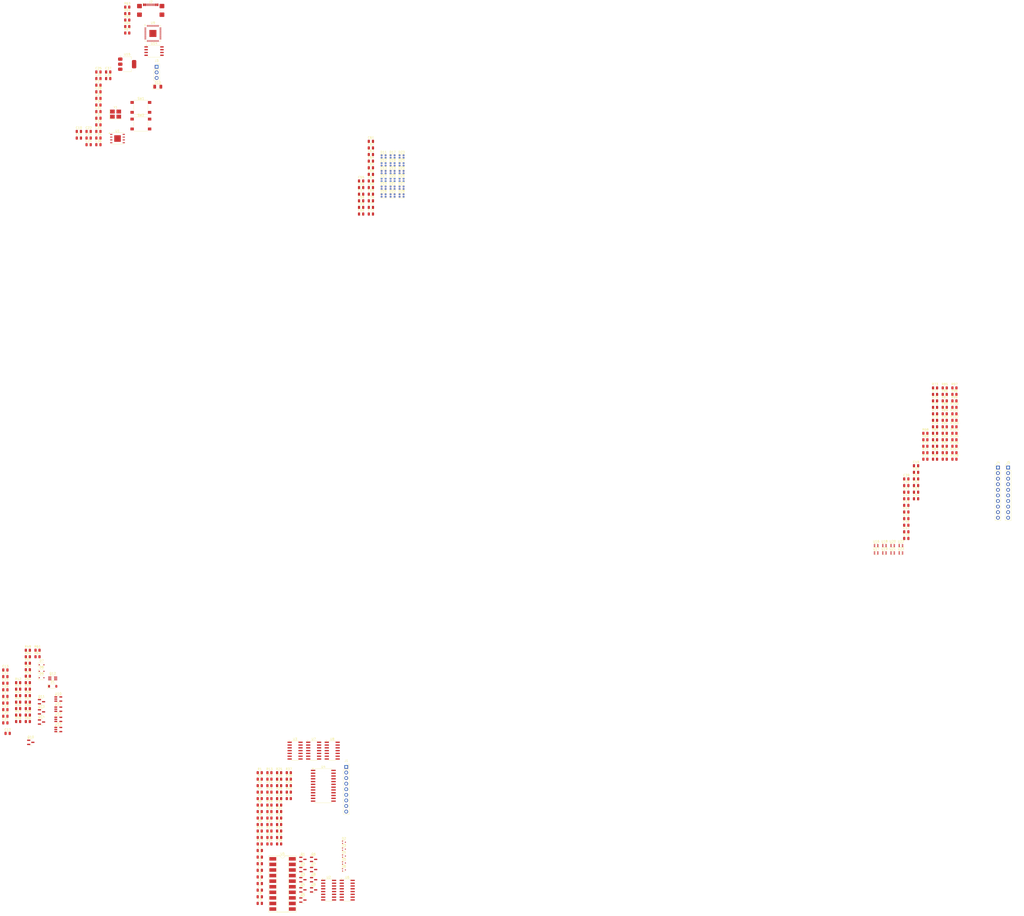
<source format=kicad_pcb>
(kicad_pcb (version 20240108) (generator "pcbnew") (generator_version "8.0")
  (layers (0 "F.Cu" signal) (31 "B.Cu" signal) (34 "B.Paste" user) (35 "F.Paste" user) (36 "B.SilkS" user "B.Silkscreen") (37 "F.SilkS" user "F.Silkscreen") (38 "B.Mask" user) (39 "F.Mask" user) (44 "Edge.Cuts" user))
  (net 0 "")
  (net 1 "GND")
  (net 2 "+3V3")
  (net 3 "VBUS")
  (net 4 "Net-(U10-+)")
  (net 5 "Net-(U12-+)")
  (net 6 "VREG_IN")
  (net 7 "VREG_OUT")
  (net 8 "Net-(U11-ADJ)")
  (net 9 "+1V1")
  (net 10 "Net-(U9-ADC_AVDD)")
  (net 11 "Net-(U9-XIN)")
  (net 12 "Net-(U9-XOUT)")
  (net 13 "VREF_OUT")
  (net 14 "Net-(D1-A)")
  (net 15 "Net-(U3B-+)")
  (net 16 "Net-(U3A-+)")
  (net 17 "Net-(U3D-+)")
  (net 18 "Net-(U3C-+)")
  (net 19 "Net-(U7B-+)")
  (net 20 "Net-(U7A-+)")
  (net 21 "Net-(U7D-+)")
  (net 22 "Net-(U7C-+)")
  (net 23 "Net-(U8B-+)")
  (net 25 "Net-(D7-A)")
  (net 26 "VREG_EN")
  (net 27 "CURRENT_EN_OVERRIDE")
  (net 28 "Net-(D9-A)")
  (net 29 "Net-(D10-K)")
  (net 30 "Net-(D11-DOUT)")
  (net 31 "LEDS_CD0")
  (net 32 "Net-(D12-DOUT)")
  (net 33 "Net-(D13-DOUT)")
  (net 34 "Net-(D14-DOUT)")
  (net 35 "Net-(D15-DOUT)")
  (net 36 "Net-(D16-DOUT)")
  (net 37 "Net-(D17-DOUT)")
  (net 38 "Net-(D18-DOUT)")
  (net 39 "LED_ENDPOINT")
  (net 40 "Net-(D20-DOUT)")
  (net 41 "Net-(D21-DOUT)")
  (net 42 "Net-(D22-DOUT)")
  (net 43 "Net-(D23-DOUT)")
  (net 44 "Net-(D24-DOUT)")
  (net 45 "Net-(D25-DOUT)")
  (net 46 "Net-(D26-DOUT)")
  (net 47 "Net-(D27-DOUT)")
  (net 50 "DISPLAY_DP")
  (net 51 "SPI_CLK")
  (net 52 "SPI_CD0")
  (net 53 "DISPLAY_RESET")
  (net 54 "DISPLAY_LED_K")
  (net 55 "DISPLAY_CS")
  (net 56 "Net-(J2-CC2)")
  (net 57 "USBD-")
  (net 59 "Net-(J2-CC1)")
  (net 62 "USBD+")
  (net 64 "SWCLK")
  (net 65 "SWDIO")
  (net 66 "BPIO4")
  (net 67 "BPIO0")
  (net 68 "BPIO3")
  (net 69 "BPIO5")
  (net 70 "BPIO7")
  (net 71 "BPIO1")
  (net 72 "BPIO2")
  (net 73 "BPIO6")
  (net 74 "PULLUP_EN")
  (net 75 "Net-(Q1-D)")
  (net 76 "Net-(Q2-D)")
  (net 77 "Net-(Q3-D)")
  (net 78 "Net-(Q4-D)")
  (net 79 "Net-(Q5-D)")
  (net 80 "Net-(Q6-D)")
  (net 81 "Net-(Q7-D)")
  (net 82 "Net-(Q8-D)")
  (net 83 "Net-(Q8-G)")
  (net 84 "Net-(Q9-D)")
  (net 85 "CURRENT_DETECT")
  (net 86 "Net-(Q10-G)")
  (net 87 "Net-(Q11-B)")
  (net 88 "Net-(Q12B-B2)")
  (net 89 "Net-(Q12B-C2)")
  (net 90 "Net-(Q13-C)")
  (net 91 "Net-(Q13-B)")
  (net 92 "SHIFT_EN")
  (net 93 "Net-(U5-B0)")
  (net 94 "AMUX_EN")
  (net 95 "AMUX_S3")
  (net 96 "Net-(U5-B1)")
  (net 97 "AMUX_S2")
  (net 98 "Net-(U5-B2)")
  (net 99 "AMUX_S1")
  (net 100 "Net-(U5-B3)")
  (net 101 "Net-(U5-B4)")
  (net 102 "AMUX_S0")
  (net 103 "DISPLAY_BACKLIGHT")
  (net 104 "Net-(U4-I0)")
  (net 105 "MUX_BPIO7")
  (net 106 "MUX_BPIO6")
  (net 107 "Net-(U4-I1)")
  (net 108 "Net-(U4-I2)")
  (net 109 "MUX_BPIO5")
  (net 110 "Net-(U4-I3)")
  (net 111 "MUX_BPIO4")
  (net 112 "MUX_BPIO3")
  (net 113 "Net-(U4-I4)")
  (net 114 "MUX_BPIO2")
  (net 115 "Net-(U4-I5)")
  (net 116 "Net-(U4-I6)")
  (net 117 "MUX_BPIO1")
  (net 118 "Net-(U4-I7)")
  (net 119 "MUX_BPIO0")
  (net 120 "Net-(U4-I8)")
  (net 121 "Net-(U4-I9)")
  (net 122 "Net-(U4-I10)")
  (net 123 "MUX_VREF_OUT")
  (net 124 "Net-(U4-I11)")
  (net 125 "Net-(U8A--)")
  (net 126 "AMUX_OUT")
  (net 127 "Net-(U13-+)")
  (net 128 "Net-(U13--)")
  (net 129 "CURRENT_SENSE")
  (net 130 "CURRENT_ADJ_MCU")
  (net 131 "CURRENT_RESET")
  (net 132 "CURRENT_EN")
  (net 133 "VREG_ADJ_MCU")
  (net 134 "VREG_ADJ")
  (net 135 "Net-(R59-Pad2)")
  (net 136 "QSPI_CS")
  (net 137 "Net-(R66-Pad2)")
  (net 138 "BUFIO0")
  (net 139 "Net-(U16-A)")
  (net 140 "Net-(U16-B)")
  (net 141 "Net-(U17-A)")
  (net 142 "BUFIO1")
  (net 143 "Net-(U17-B)")
  (net 144 "Net-(U18-A)")
  (net 145 "BUFIO2")
  (net 146 "Net-(U18-B)")
  (net 147 "BUFIO3")
  (net 148 "Net-(U19-A)")
  (net 149 "Net-(U19-B)")
  (net 150 "BUFDIR0")
  (net 151 "BUFDIR1")
  (net 152 "BUFDIR2")
  (net 153 "BUFDIR3")
  (net 154 "Net-(U20-A)")
  (net 155 "BUFIO4")
  (net 156 "Net-(U20-B)")
  (net 157 "BUFIO5")
  (net 158 "Net-(U21-A)")
  (net 159 "Net-(U21-B)")
  (net 160 "BUFIO6")
  (net 161 "Net-(U22-A)")
  (net 162 "Net-(U22-B)")
  (net 163 "BUFIO7")
  (net 164 "Net-(U23-A)")
  (net 165 "Net-(U23-B)")
  (net 166 "BUFDIR4")
  (net 167 "BUFDIR5")
  (net 168 "BUFDIR6")
  (net 169 "BUFDIR7")
  (net 170 "Net-(U9-GPIO27_ADC1)")
  (net 171 "SPI_CDI")
  (net 172 "SD_CS")
  (net 173 "Net-(U2-QH')")
  (net 174 "Net-(U2-QB)")
  (net 175 "SHIFT_LATCH")
  (net 176 "Net-(U2-QH)")
  (net 177 "Net-(U2-QA)")
  (net 178 "Net-(U2-QE)")
  (net 179 "Net-(U2-QD)")
  (net 180 "Net-(U2-QC)")
  (net 181 "Net-(U4-COM)")
  (net 182 "RGB_CD0")
  (net 188 "DAC_RESET")
  (net 190 "QSPI_SD2")
  (net 191 "QSPI_SD0")
  (net 192 "QSPI_SD3")
  (net 193 "QSPI_SCLK")
  (net 194 "QSPI_SD1")
  (net 195 "Net-(U12--)")
  (footprint "Resistor_SMD:R_0805_2012Metric" (layer "F.Cu") (at 58.115 250.09)
    (property "Reference" "R5")
    (property "Value" "510")
  )
  (footprint "Package_TO_SOT_SMD:SOT-23" (layer "F.Cu") (at 82.63 287.025)
    (property "Reference" "Q8")
    (property "Value" "MMBT7002K")
  )
  (footprint "Resistor_SMD:R_0805_2012Metric" (layer "F.Cu") (at 66.935 241.24)
    (property "Reference" "R26")
    (property "Value" "510")
  )
  (footprint "Package_TO_SOT_SMD:SOT-23" (layer "F.Cu") (at 82.63 291.65)
    (property "Reference" "Q9")
    (property "Value" "SI2301")
  )
  (footprint "Capacitor_SMD:C_0805_2012Metric" (layer "F.Cu") (at 352.34 113.58)
    (property "Reference" "C42")
    (property "Value" "100nF")
  )
  (footprint "Package_TO_SOT_SMD:SOT-23" (layer "F.Cu") (at -41.1875 205.975)
    (property "Reference" "Q11")
    (property "Value" "MMBT3906")
  )
  (footprint "Capacitor_SMD:C_0805_2012Metric" (layer "F.Cu") (at 58.135 291.78)
    (property "Reference" "C7")
    (property "Value" "2.2uF")
  )
  (footprint "Resistor_SMD:R_0805_2012Metric" (layer "F.Cu") (at -51.8225 209.1)
    (property "Reference" "R46")
    (property "Value" "10K")
  )
  (footprint "Resistor_SMD:R_0805_2012Metric" (layer "F.Cu") (at -47.4125 182.55)
    (property "Reference" "R49")
    (property "Value" "10K")
  )
  (footprint "Package_SO:SOIC-24W_7.5x15.4mm_P1.27mm" (layer "F.Cu") (at 87.05 244.25)
    (property "Reference" "U4")
    (property "Value" "CD74HC4067M")
  )
  (footprint "Package_TO_SOT_SMD:SOT-23" (layer "F.Cu") (at 77.74 277.775)
    (property "Reference" "Q1")
    (property "Value" "SI2301")
  )
  (footprint "Capacitor_SMD:C_0805_2012Metric" (layer "F.Cu") (at 108.7 -37.14)
    (property "Reference" "C65")
    (property "Value" "100nF")
  )
  (footprint "Resistor_SMD:R_0805_2012Metric" (layer "F.Cu") (at -43.0025 182.55)
    (property "Reference" "R61")
    (property "Value" "100K")
  )
  (footprint "Capacitor_SMD:C_0805_2012Metric" (layer "F.Cu") (at 108.7 -43.16)
    (property "Reference" "C63")
    (property "Value" "100nF")
  )
  (footprint "Connector_PinHeader_2.54mm:PinHeader_1x10_P2.54mm_Vertical" (layer "F.Cu") (at 394.05 99.35)
    (property "Reference" "J4")
    (property "Value" "BIS BAJAK LAUT IO")
  )
  (footprint "Capacitor_SMD:C_0805_2012Metric" (layer "F.Cu") (at -15.295 -77.75)
    (property "Reference" "C26")
    (property "Value" "100nF")
  )
  (footprint "Resistor_SMD:R_0805_2012Metric" (layer "F.Cu") (at 365.43 83.75)
    (property "Reference" "R80")
    (property "Value" "330")
  )
  (footprint "Resistor_SMD:R_0805_2012Metric" (layer "F.Cu") (at 62.525 258.94)
    (property "Reference" "R20")
    (property "Value" "33")
  )
  (footprint "LED_SMD:LED_WS2812B-2020_PLCC4_2.0x2.0mm" (layer "F.Cu") (at 122.665 -31.6)
    (property "Reference" "D26")
    (property "Value" "WS2812B-2020")
  )
  (footprint "Diode_SMD:D_SOD-323" (layer "F.Cu") (at -41.14 189.18)
    (property "Reference" "D7")
    (property "Value" "1N4148W")
  )
  (footprint "Resistor_SMD:R_0805_2012Metric" (layer "F.Cu") (at 66.935 244.19)
    (property "Reference" "R27")
    (property "Value" "510")
  )
  (footprint "Resistor_SMD:R_0805_2012Metric" (layer "F.Cu") (at 369.84 86.7)
    (property "Reference" "R93")
    (property "Value" "330")
  )
  (footprint "Capacitor_SMD:C_0805_2012Metric" (layer "F.Cu") (at -15.295 -56.68)
    (property "Reference" "C33")
    (property "Value" "100nF")
  )
  (footprint "Package_TO_SOT_SMD:SOT-563" (layer "F.Cu") (at 346.14 138.25)
    (property "Reference" "U21")
    (property "Value" "SN74LVC1T45DRL")
  )
  (footprint "Capacitor_SMD:C_0805_2012Metric" (layer "F.Cu") (at -15.295 -74.74)
    (property "Reference" "C27")
    (property "Value" "100nF")
  )
  (footprint "Capacitor_SMD:C_0805_2012Metric" (layer "F.Cu") (at 356.79 113.58)
    (property "Reference" "C54")
    (property "Value" "100nF")
  )
  (footprint "Package_TO_SOT_SMD:SOT-23" (layer "F.Cu") (at 77.74 287.025)
    (property "Reference" "Q3")
    (property "Value" "SI2301")
  )
  (footprint "Resistor_SMD:R_0805_2012Metric" (layer "F.Cu") (at 369.84 74.9)
    (property "Reference" "R89")
    (property "Value" "330")
  )
  (footprint "Package_TO_SOT_SMD:SOT-523" (layer "F.Cu") (at 96.45 276.255)
    (property "Reference" "D4")
    (property "Value" "BAS40-05T")
  )
  (footprint "Package_TO_SOT_SMD:SOT-23" (layer "F.Cu") (at 77.74 291.65)
    (property "Reference" "Q4")
    (property "Value" "SI2301")
  )
  (footprint "Capacitor_SMD:C_0805_2012Metric" (layer "F.Cu") (at 352.34 107.56)
    (property "Reference" "C40")
    (property "Value" "100nF")
  )
  (footprint "Capacitor_SMD:C_0805_2012Metric" (layer "F.Cu") (at -19.745 -50.66)
    (property "Reference" "C23")
    (property "Value" "100nF")
  )
  (footprint "Resistor_SMD:R_0805_2012Metric" (layer "F.Cu") (at 369.84 69)
    (property "Reference" "R87")
    (property "Value" "1M")
  )
  (footprint "Resistor_SMD:R_0805_2012Metric" (layer "F.Cu") (at 369.84 77.85)
    (property "Reference" "R90")
    (property "Value" "330")
  )
  (footprint "Package_DIP:DIP-20_W8.89mm_SMDSocket_LongPads" (layer "F.Cu") (at 68.5 288.95)
    (property "Reference" "U5")
    (property "Value" "74HC245")
  )
  (footprint "Resistor_SMD:R_0805_2012Metric" (layer "F.Cu") (at 62.525 253.04)
    (property "Reference" "R18")
    (property "Value" "10k")
  )
  (footprint "Capacitor_SMD:C_0805_2012Metric" (layer "F.Cu") (at 108.7 -22.09)
    (property "Reference" "C70")
    (property "Value" "100nF")
  )
  (footprint "Connector_PinHeader_2.54mm:PinHeader_1x10_P2.54mm_Vertical" (layer "F.Cu") (at 398.7 99.35)
    (property "Reference" "J5")
    (property "Value" "BIS BAJAK LAUT IO")
  )
  (footprint "Capacitor_SMD:C_0805_2012Metric" (layer "F.Cu") (at -24.195 -53.67)
    (property "Reference" "C10")
    (property "Value" "4.7uF")
  )
  (footprint "Resistor_SMD:R_0805_2012Metric" (layer "F.Cu") (at 71.345 241.24)
    (property "Reference" "R38")
    (property "Value" "10k")
  )
  (footprint "Capacitor_SMD:C_0805_2012Metric" (layer "F.Cu") (at 108.7 -25.1)
    (property "Reference" "C69")
    (property "Value" "100nF")
  )
  (footprint "Capacitor_SMD:C_0805_2012Metric" (layer "F.Cu") (at -15.295 -47.65)
    (property "Reference" "C36")
    (property "Value" "15pF")
  )
  (footprint "Resistor_SMD:R_0805_2012Metric" (layer "F.Cu") (at 361.02 92.6)
    (property "Reference" "R71")
    (property "Value" "330")
  )
  (footprint "Connector_PinSocket_2.54mm:PinSocket_1x03_P2.54mm_Vertical" (layer "F.Cu") (at 11.2 -83.12)
    (property "Reference" "J3")
    (property "Value" "ProgHeader")
  )
  (footprint "Capacitor_SMD:C_0805_2012Metric" (layer "F.Cu") (at -10.845 -80.76)
    (property "Reference" "C37")
    (property "Value" "22uF")
  )
  (footprint "Capacitor_SMD:C_0805_2012Metric" (layer "F.Cu") (at 352.34 119.6)
    (property "Reference" "C44")
    (property "Value" "100nF")
  )
  (footprint "Capacitor_SMD:C_0805_2012Metric" (layer "F.Cu") (at 356.79 107.56)
    (property "Reference" "C52")
    (property "Value" "100nF")
  )
  (footprint "Capacitor_SMD:C_0805_2012Metric" (layer "F.Cu") (at 356.79 101.54)
    (property "Reference" "C50")
    (property "Value" "100nF")
  )
  (footprint "Package_TO_SOT_SMD:SOT-23" (layer "F.Cu") (at -41.1875 215.225)
    (property "Reference" "Q14")
    (property "Value" "SI2301")
  )
  (footprint "Capacitor_SMD:C_0805_2012Metric" (layer "F.Cu") (at 104.25 -31.12)
    (property "Reference" "C55")
    (property "Value" "100nF")
  )
  (footprint "Package_TO_SOT_SMD:SOT-563" (layer "F.Cu") (at 342.39 138.25)
    (property "Reference" "U19")
    (property "Value" "SN74LVC1T45DRL")
  )
  (footprint "Resistor_SMD:R_0805_2012Metric" (layer "F.Cu") (at 62.525 247.14)
    (property "Reference" "R16")
    (property "Value" "10k")
  )
  (footprint "Resistor_SMD:R_0805_2012Metric" (layer "F.Cu") (at -2.165 -110.29)
    (property "Reference" "R63")
    (property "Value" "5K1")
  )
  (footprint "Resistor_SMD:R_0805_2012Metric" (layer "F.Cu") (at 71.345 238.29)
    (property "Reference" "R37")
    (property "Value" "10k")
  )
  (footprint "Resistor_SMD:R_0805_2012Metric" (layer "F.Cu") (at -43.0025 185.5)
    (property "Reference" "R62")
    (property "Value" "10K")
  )
  (footprint "Resistor_SMD:R_0805_2012Metric" (layer "F.Cu") (at 369.84 92.6)
    (property "Reference" "R95")
    (property "Value" "330")
  )
  (footprint "Resistor_SMD:R_0805_2012Metric" (layer "F.Cu") (at 58.115 255.99)
    (property "Reference" "R7")
    (property "Value" "510")
  )
  (footprint "Capacitor_SMD:C_0805_2012Metric" (layer "F.Cu") (at 58.135 285.76)
    (property "Reference" "C5")
    (property "Value" "2.2uF")
  )
  (footprint "Package_TO_SOT_SMD:SOT-23-5" (layer "F.Cu") (at -33.55 218.6375)
    (property "Reference" "U13")
    (property "Value" "LMV321")
  )
  (footprint "Resistor_SMD:R_0805_2012Metric" (layer "F.Cu") (at 361.02 86.7)
    (property "Reference" "R69")
    (property "Value" "330")
  )
  (footprint "Package_TO_SOT_SMD:SOT-563" (layer "F.Cu") (at 342.39 134.885)
    (property "Reference" "U18")
    (property "Value" "SN74LVC1T45DRL")
  )
  (footprint "Resistor_SMD:R_0805_2012Metric" (layer "F.Cu") (at -47.4125 194.35)
    (property "Reference" "R53")
    (property "Value" "200")
  )
  (footprint "Resistor_SMD:R_0805_2012Metric" (layer "F.Cu") (at 66.935 267.79)
    (property "Reference" "R35")
    (property "Value" "510")
  )
  (footprint "Package_TO_SOT_SMD:SOT-23-5" (layer "F.Cu") (at -33.55 204.7625)
    (property "Reference" "U10")
    (property "Value" "LMV331")
  )
  (footprint "LED_SMD:LED_WS2812B-2020_PLCC4_2.0x2.0mm" (layer "F.Cu") (at 114.485 -42.25)
    (property "Reference" "D11")
    (property "Value" "WS2812B-2020")
  )
  (footprint "Resistor_SMD:R_0805_2012Metric" (layer "F.Cu") (at 58.115 238.29)
    (property "Reference" "R1")
    (property "Value" "10K")
  )
  (footprint "Capacitor_SMD:C_0805_2012Metric" (layer "F.Cu") (at 104.25 -22.09)
    (property "Reference" "C58")
    (property "Value" "100nF")
  )
  (footprint "Resistor_SMD:R_0805_2012Metric" (layer "F.Cu") (at -2.165 -101.44)
    (property "Reference" "R66")
    (property "Value" "1K")
  )
  (footprint "Capacitor_SMD:C_0805_2012Metric" (layer "F.Cu") (at 58.135 279.74)
    (property "Reference" "C3")
    (property "Value" "100nF")
  )
  (footprint "Resistor_SMD:R_0805_2012Metric" (layer "F.Cu") (at -2.165 -107.34)
    (property "Reference" "R64")
    (property "Value" "5K1")
  )
  (footprint "Resistor_SMD:R_0805_2012Metric" (layer "F.Cu") (at -51.8225 200.25)
    (property "Reference" "R43")
    (property "Value" "1K")
  )
  (footprint "Resistor_SMD:R_0805_2012Metric" (layer "F.Cu") (at 374.25 95.55)
    (property "Reference" "R108")
    (property "Value" "10K")
  )
  (footprint "Package_TO_SOT_SMD:SOT-23" (layer "F.Cu") (at 77.74 296.275)
    (property "Reference" "Q5")
    (property "Value" "SI2301")
  )
  (footprint "Package_TO_SOT_SMD:SOT-523" (layer "F.Cu") (at 96.45 282.555)
    (property "Reference" "D6")
    (property "Value" "BAS40-05T")
  )
  (footprint "Resistor_SMD:R_0805_2012Metric" (layer "F.Cu") (at 374.25 74.9)
    (property "Reference" "R101")
    (property "Value" "1M")
  )
  (footprint "Resistor_SMD:R_0805_2012Metric" (layer "F.Cu") (at 365.43 71.95)
    (property "Reference" "R76")
    (property "Value" "100K")
  )
  (footprint "Package_TO_SOT_SMD:SOT-23-5" (layer "F.Cu") (at -33.55 209.3875)
    (property "Reference" "U11")
    (property "Value" "AP2127K-ADJ")
  )
  (footprint "Capacitor_SMD:C_0805_2012Metric" (layer "F.Cu") (at 58.135 273.72)
    (property "Reference" "C1")
    (property "Value" "100nF")
  )
  (footprint "Capacitor_SMD:C_0805_2012Metric" (layer "F.Cu") (at 108.7 -28.11)
    (property "Reference" "C68")
    (property "Value" "100nF")
  )
  (footprint "Resistor_SMD:R_0805_2012Metric" (layer "F.Cu") (at 62.525 261.89)
    (property "Reference" "R21")
    (property "Value" "10k")
  )
  (footprint "Resistor_SMD:R_0805_2012Metric" (layer "F.Cu") (at 361.02 89.65)
    (property "Reference" "R70")
    (property "Value" "330")
  )
  (footprint "Resistor_SMD:R_0805_2012Metric" (layer "F.Cu") (at 62.525 267.79)
    (property "Reference" "R23")
    (property "Value" "200")
  )
  (footprint "Button_Switch_SMD:SW_Push_1P1T_NO_6x6mm_H9.5mm" (layer "F.Cu") (at 4.025 -57.05)
    (property "Reference" "SW2")
    (property "Value" "BUTTON")
  )
  (footprint "Resistor_SMD:R_0805_2012Metric" (layer "F.Cu") (at 58.115 261.89)
    (property "Reference" "R9")
    (property "Value" "510")
  )
  (footprint "Package_SO:SOIC-8_5.23x5.23mm_P1.27mm" (layer "F.Cu") (at 10.02 -90.26)
    (property "Reference" "U14")
    (property "Value" "W25Q128JVS")
  )
  (footprint "Package_TO_SOT_SMD:SOT-23" (layer "F.Cu") (at 82.63 282.4)
    (property "Reference" "Q7")
    (property "Value" "SI2301")
  )
  (footprint "Package_TO_SOT_SMD:SOT-23" (layer "F.Cu") (at 77.74 282.4)
    (property "Reference" "Q2")
    (property "Value" "SI2301")
  )
  (footprint "Resistor_SMD:R_0805_2012Metric" (layer "F.Cu") (at 374.25 66.05)
    (property "Reference" "R98")
    (property "Value" "1M")
  )
  (footprint "Package_DFN_QFN:W-PDFN-8-1EP_6x5mm_P1.27mm_EP3x3mm" (layer "F.Cu") (at -6.6 -50.45)
    (property "Reference" "U1")
    (property "Value" "MT29F1G01ABAFDWB")
  )
  (footprint "Resistor_SMD:R_0805_2012Metric" (layer "F.Cu") (at 58.115 270.74)
    (property "Reference" "R12")
    (property "Value" "510")
  )
  (footprint "Capacitor_SMD:C_0805_2012Metric" (layer "F.Cu") (at 108.7 -40.15)
    (property "Reference" "C64")
    (property "Value" "100nF")
  )
  (footprint "LED_SMD:LED_WS2812B-2020_PLCC4_2.0x2.0mm" (layer "F.Cu") (at 122.665 -42.25)
    (property "Reference" "D23")
    (property "Value" "WS2812B-2020")
  )
  (footprint "Resistor_SMD:R_0805_2012Metric" (layer "F.Cu") (at 361.02 95.55)
    (property "Reference" "R72")
    (property "Value" "330")
  )
  (footprint "Resistor_SMD:R_0805_2012Metric" (layer "F.Cu") (at 62.525 238.29)
    (property "Reference" "R13")
    (property "Value" "510")
  )
  (footprint "Resistor_SMD:R_0805_2012Metric" (layer "F.Cu") (at 62.525 241.24)
    (property "Reference" "R14")
    (property "Value" "510")
  )
  (footprint "Resistor_SMD:R_0805_2012Metric" (layer "F.Cu") (at 71.345 250.09)
    (property "Reference" "R41")
    (property "Value" "10k")
  )
  (footprint "Resistor_SMD:R_0805_2012Metric" (layer "F.Cu") (at 58.115 247.14)
    (property "Reference" "R4")
    (property "Value" "510")
  )
  (footprint "Resistor_SMD:R_0805_2012Metric" (layer "F.Cu") (at 369.84 95.55)
    (property "Reference" "R96")
    (property "Value" "100K")
  )
  (footprint "Package_TO_SOT_SMD:SOT-23" (layer "F.Cu") (at -41.1875 210.6)
    (property "Reference" "Q13")
    (property "Value" "MMBT3906")
  )
  (footprint "Resistor_SMD:R_0805_2012Metric" (layer "F.Cu") (at 58.115 253.04)
    (property "Reference" "R6")
    (property "Value" "510")
  )
  (footprint "Resistor_SMD:R_0805_2012Metric" (layer "F.Cu") (at -47.4125 209.1)
    (property "Reference" "R58")
    (property "Value" "133K")
  )
  (footprint "Button_Switch_SMD:SW_Push_1P1T_NO_6x6mm_H9.5mm" (layer "F.Cu") (at 4.025 -64.63)
    (property "Reference" "SW1")
    (property "Value" "W25Sel")
  )
  (footprint "Capacitor_SMD:C_0805_2012Metric" (layer "F.Cu") (at 352.34 128.63)
    (property "Reference" "C47")
    (property "Value" "100nF")
  )
  (footprint "Resistor_SMD:R_0805_2012Metric" (layer "F.Cu") (at -2.165 -98.49)
    (property "Reference" "R67")
    (property "Value" "1K")
  )
  (footprint "Capacitor_SMD:C_0805_2012Metric" (layer "F.Cu") (at 352.34 116.59)
    (property "Reference" "C43")
    (property "Value" "100nF")
  )
  (footprint "Resistor_SMD:R_0805_2012Metric" (layer "F.Cu") (at 374.25 83.75)
    (property "Reference" "R104")
    (property "Value" "1M")
  )
  (footprint "Resistor_SMD:R_0805_2012Metric" (layer "F.Cu") (at 58.115 267.79)
    (property "Reference" "R11")
    (property "Value" "510")
  )
  (footprint "Resistor_SMD:R_0805_2012Metric" (layer "F.Cu") (at -47.4125 188.45)
    (property "Reference" "R51")
    (property "Value" "10K")
  )
  (footprint "Capacitor_SMD:C_0805_2012Metric" (layer "F.Cu") (at -57.645 206.58)
    (property "Reference" "C18")
    (property "Value" "120pF")
  )
  (footprint "Resistor_SMD:R_0805_2012Metric" (layer "F.Cu") (at 369.84 89.65)
    (property "Reference" "R94")
    (property "Value" "330")
  )
  (footprint "Capacitor_SMD:C_0805_2012Metric" (layer "F.Cu") (at 352.34 104.55)
    (property "Reference" "C39")
    (property "Value" "100nF")
  )
  (footprint "Capacitor_SMD:C_0805_2012Metric" (layer "F.Cu") (at 108.7 -31.12)
    (property "Reference" "C67")
    (property "Value" "100nF")
  )
  (footprint "Connector_USB:USB_C_Receptacle_GCT_USB4110" (layer "F.Cu") (at 8.5 -107.66)
    (property "Reference" "J2")
    (property "Value" "USB_C_Receptacle_USB2.0_14P")
  )
  (footprint "Capacitor_SMD:C_0805_2012Metric" (layer "F.Cu") (at -15.295 -65.71)
    (property "Reference" "C30")
    (property "Value" "100nF")
  )
  (footprint "Package_SO:SOIC-14_3.9x8.7mm_P1.27mm" (layer "F.Cu") (at 74.205 228.25)
    (property "Reference" "U3")
    (property "Value" "LMV324")
  )
  (footprint "Resistor_SMD:R_0805_2012Metric" (layer "F.Cu") (at 62.525 244.19)
    (property "Reference" "R15")
    (property "Value" "10k")
  )
  (footprint "Capacitor_SMD:C_0805_2012Metric" (layer "F.Cu") (at -15.295 -71.73)
    (property "Reference" "C28")
    (property "Value" "100nF")
  )
  (footprint "Resistor_SMD:R_0805_2012Metric" (layer "F.Cu") (at 62.525 250.09)
    (property "Reference" "R17")
    (property "Value" "10k")
  )
  (footprint "Package_TO_SOT_SMD:SOT-563" (layer "F.Cu") (at 338.64 138.25)
    (property "Reference" "U17")
    (property "Value" "SN74LVC1T45DRL")
  )
  (footprint "Resistor_SMD:R_0805_2012Metric" (layer "F.Cu") (at 58.115 241.24)
    (property "Reference" "R2")
    (property "Value" "510")
  )
  (footprint "Resistor_SMD:R_0805_2012Metric" (layer "F.Cu") (at -51.8225 197.3)
    (property "Reference" "R42")
    (property "Value" "1K")
  )
  (footprint "Capacitor_SMD:C_0805_2012Metric" (layer "F.Cu") (at 108.7 -46.17)
    (property "Reference" "C62")
    (property "Value" "100nF")
  )
  (footprint "Resistor_SMD:R_0805_2012Metric" (layer "F.Cu") (at 374.25 69)
    (property "Reference" "R99")
    (property "Value" "100K")
  )
  (footprint "Resistor_SMD:R_0805_2012Metric" (layer "F.Cu") (at 365.43 80.8)
    (property "Reference" "R79")
    (property "Value" "100K")
  )
  (footprint "LED_SMD:LED_WS2812B-2020_PLCC4_2.0x2.0mm" (layer "F.Cu") (at 114.485 -38.7)
    (property "Reference" "D12")
    (property "Value" "WS2812B-2020")
  )
  (footprint "Resistor_SMD:R_0805_2012Metric" (layer "F.Cu") (at 66.935 253.04)
    (property "Reference" "R30")
    (property "Value" "510")
  )
  (footprint "Resistor_SMD:R_0805_2012Metric" (layer "F.Cu") (at -47.4125 206.15)
    (property "Reference" "R57")
    (property "Value" "33K")
  )
  (footprint "LED_SMD:LED_WS2812B-2020_PLCC4_2.0x2.0mm" (layer "F.Cu") (at 114.485 -31.6)
    (property "Reference" "D14")
    (property "Value" "WS2812B-2020")
  )
  (footprint "Resistor_SMD:R_0805_2012Metric" (layer "F.Cu") (at -47.4125 197.3)
    (property "Reference" "R54")
    (property "Value" "10K")
  )
  (footprint "Package_SO:SOIC-14_3.9x8.7mm_P1.27mm" (layer "F.Cu") (at 91.105 228.25)
    (property "Reference" "U8")
    (property "Value" "LMV324")
  )
  (footprint "Resistor_SMD:R_0805_2012Metric" (layer "F.Cu") (at 374.25 80.8)
    (property "Reference" "R103")
    (property "Value" "330")
  )
  (footprint "LED_SMD:LED_WS2812B-2020_PLCC4_2.0x2.0mm" (layer "F.Cu") (at 114.485 -35.15)
    (property "Reference" "D13")
    (property "Value" "WS2812B-2020")
  )
  (footprint "Diode_SMD:D_SOD-323" (layer "F.Cu") (at -41.14 195.08)
    (property "Reference" "D9")
    (property "Value" "1N4148W")
  )
  (footprint "Capacitor_SMD:C_0805_2012Metric" (layer "F.Cu") (at -15.295 -53.67)
    (property "Reference" "C34")
    (property "Value" "2.2uF")
  )
  (footprint "Resistor_SMD:R_0805_2012Metric" (layer "F.Cu") (at 58.115 244.19)
    (property "Reference" "R3")
    (property "Value" "510")
  )
  (footprint "Resistor_SMD:R_0805_2012Metric" (layer "F.Cu") (at 365.43 74.9)
    (property "Reference" "R77")
    (property "Value" "330")
  )
  (footprint "Resistor_SMD:R_0805_2012Metric" (layer "F.Cu") (at -2.165 -104.39)
    (property "Reference" "R65")
    (property "Value" "200")
  )
  (footprint "Resistor_SMD:R_0805_2012Metric" (layer "F.Cu") (at 62.525 264.84)
    (property "Reference" "R22")
    (property "Value" "10k")
  )
  (footprint "Capacitor_SMD:C_0805_2012Metric" (layer "F.Cu") (at -57.645 212.6)
    (property "Reference" "C20")
    (property "Value" "100nF")
  )
  (footprint "Resistor_SMD:R_0805_2012Metric" (layer "F.Cu") (at 365.43 92.6)
    (property "Reference" "R83")
    (property "Value" "330")
  )
  (footprint "Capacitor_SMD:C_0805_2012Metric" (layer "F.Cu") (at 104.25 -25.1)
    (property "Reference" "C57")
    (property "Value" "100nF")
  )
  (footprint "LED_SMD:LED_WS2812B-2020_PLCC4_2.0x2.0mm" (layer "F.Cu") (at 122.665 -38.7)
    (property "Reference" "D24")
    (property "Value" "WS2812B-2020")
  )
  (footprint "Capacitor_SMD:C_0805_2012Metric" (layer "F.Cu") (at -57.645 209.59)
    (property "Reference" "C19")
    (property "Value" "4.7uF")
  )
  (footprint "Capacitor_SMD:C_0805_2012Metric" (layer "F.Cu") (at -56.6 220.4)
    (property "Reference" "C12")
    (property "Value" "100nF")
  )
  (footprint "Diode_SMD:D_SOD-323" (layer "F.Cu") (at -41.14 192.13)
    (property "Reference" "D8")
    (property "Value" "1N4148W")
  )
  (footprint "Capacitor_SMD:C_0805_2012Metric" (layer "F.Cu") (at 58.135 276.73)
    (property "Reference" "C2")
    (property "Value" "100nF")
  )
  (footprint "Capacitor_SMD:C_0805_2012Metric" (layer "F.Cu") (at 58.135 288.77)
    (property "Reference" "C6")
    (property "Value" "100nF")
  )
  (footprint "Capacitor_SMD:C_0805_2012Metric" (layer "F.Cu") (at 352.34 122.61)
    (property "Reference" "C45")
    (property "Value" "100nF")
  )
  (footprint "Resistor_SMD:R_0805_2012Metric" (layer "F.Cu") (at 71.345 244.19)
    (property "Reference" "R39")
    (property "Value" "100K")
  )
  (footprint "Resistor_SMD:R_0805_2012Metric" (layer "F.Cu") (at 369.84 63.1)
    (property "Reference" "R85")
    (property "Value" "100K")
  )
  (footprint "Resistor_SMD:R_0805_2012Metric" (layer "F.Cu") (at 62.525 270.74)
    (property "Reference" "R24")
    (property "Value" "10k")
  )
  (footprint "Resistor_SMD:R_0805_2012Metric" (layer "F.Cu") (at -47.4125 185.5)
    (property "Reference" "R50")
    (property "Value" "10K")
  )
  (footprint "Capacitor_SMD:C_0805_2012Metric" (layer "F.Cu") (at 352.34 110.57)
    (property "Reference" "C41")
    (property "Value" "100nF")
  )
  (footprint "Resistor_SMD:R_0805_2012Metric" (layer "F.Cu") (at 369.84 80.8)
    (property "Reference" "R91")
    (property "Value" "330")
  )
  (footprint "Capacitor_SMD:C_0805_2012Metric" (layer "F.Cu") (at -57.645 203.57)
    (property "Reference" "C17")
    (property "Value" "4.7uF")
  )
  (footprint "Package_TO_SOT_SMD:SOT-23" (layer "F.Cu") (at -46.0775 224.475)
    (property "Reference" "Q10")
    (property "Value" "SI2301")
  )
  (footprint "Resistor_SMD:R_0805_2012Metric" (layer "F.Cu") (at 66.935 250.09)
    (property "Reference" "R29")
    (property "Value" "510")
  )
  (footprint "Package_TO_SOT_SMD:SOT-523" (layer "F.Cu") (at 96.45 273.105)
    (property "Reference" "D3")
    (property "Value" "BAS40-05T")
  )
  (footprint "Package_SO:SOIC-16_3.9x9.9mm_P1.27mm" (layer "F.Cu") (at 97.925 291.785)
    (property "Reference" "U6")
    (property "Value" "74HC595")
  )
  (footprint "Package_SO:SOIC-14_3.9x8.7mm_P1.27mm" (layer "F.Cu") (at 82.655 228.25)
    (property "Reference" "U7")
    (property "Value" "LMV324")
  )
  (footprint "Resistor_SMD:R_0805_2012Metric" (layer "F.Cu") (at -51.8225 215)
    (property "Reference" "R48")
    (property "Value" "200")
  )
  (footprint "Capacitor_SMD:C_0805_2012Metric" (layer "F.Cu") (at 58.135 297.8)
    (property "Reference" "C9")
    (property "Value" "2.2uF")
  )
  (footprint "Capacitor_SMD:C_0805_2012Metric" (layer "F.Cu") (at 356.79 98.53)
    (property "Reference" "C49")
    (property "Value" "100nF")
  )
  (footprint "Resistor_SMD:R_0805_2012Metric" (layer "F.Cu") (at 365.43 66.05)
    (property "Reference" "R74")
    (property "Value" "330")
  )
  (footprint "Resistor_SMD:R_0805_2012Metric" (layer "F.Cu") (at -51.8225 203.2)
    (property "Reference" "R44")
    (property "Value" "33K")
  )
  (footprint "Capacitor_SMD:C_0805_2012Metric" (layer "F.Cu") (at -19.745 -47.65)
    (property "Reference" "C24")
    (property "Value" "100nF")
  )
  (footprint "Resistor_SMD:R_0805_2012Metric" (layer "F.Cu") (at 374.25 71.95)
    (property "Reference" "R100")
    (property "Value" "330")
  )
  (footprint "Resistor_SMD:R_0805_2012Metric" (layer "F.Cu") (at 374.25 86.7)
    (property "Reference" "R105")
    (property "Value" "100K")
  )
  (footprint "Resistor_SMD:R_0805_2012Metric" (layer "F.Cu") (at 369.84 66.05)
    (property "Reference" "R86")
    (property "Value" "330")
  )
  (footprint "Package_TO_SOT_SMD:SOT-563" (layer "F.Cu") (at 349.89 138.25)
    (property "Reference" "U23")
    (property "Value" "SN74LVC1T45DRL")
  )
  (footprint "Resistor_SMD:R_0805_2012Metric" (layer "F.Cu") (at -47.4125 215)
    (property "Reference" "R60")
    (property "Value" "33K")
  )
  (footprint "Capacitor_SMD:C_0805_2012Metric" (layer "F.Cu") (at -57.645 200.56)
    (property "Reference" "C16")
    (property "Value" "2.2uF")
  )
  (footprint "Capacitor_SMD:C_0805_2012Metric" (layer "F.Cu") (at 58.135 294.79)
    (property "Reference" "C8")
    (property "Value" "100nF")
  )
  (footprint "Capacitor_SMD:C_0805_2012Metric" (layer "F.Cu") (at -15.295 -80.76)
    (property "Reference" "C25")
    (property "Value" "100nF")
  )
  (footprint "Capacitor_SMD:C_0805_2012Metric" (layer "F.Cu") (at 104.25 -16.07)
    (property "Reference" "C60")
    (property "Value" "100nF")
  )
  (footprint "Resistor_SMD:R_0805_2012Metric" (layer "F.Cu") (at 365.43 69)
    (property "Reference" "R75")
    (property "Value" "330")
  )
  (footprint "Capacitor_SMD:C_0805_2012Metric" (layer "F.Cu") (at 58.135 282.75)
    (property "Reference" "C4")
    (property "Value" "100nF")
  )
  (footprint "LED_SMD:LED_WS2812B-2020_PLCC4_2.0x2.0mm" (layer "F.Cu") (at 118.575 -31.6)
    (property "Reference" "D20")
    (property "Value" "WS2812B-2020")
  )
  (footprint "LED_SMD:LED_WS2812B-2020_PLCC4_2.0x2.0mm" (layer "F.Cu") (at 122.665 -24.5)
    (property "Reference" "D28")
    (property "Value" "WS2812B-2020")
  )
  (footprint "Resistor_SMD:R_0805_2012Metric" (layer "F.Cu") (at 58.115 264.84)
    (property "Reference" "R10")
    (property "Value" "510")
  )
  (footprint "Resistor_SMD:R_0805_2012Metric" (layer "F.Cu") (at -47.4125 191.4)
    (property "Reference" "R52")
    (property "Value" "10K")
  )
  (footprint "Capacitor_SMD:C_0805_2012Metric" (layer "F.Cu") (at 104.25 -19.08)
    (property "Reference" "C59")
    (property "Value" "100nF")
  )
  (footprint "Package_DFN_QFN:QFN-56-1EP_7x7mm_P0.4mm_EP3.2x3.2mm" (layer "F.Cu") (at 9.5 -98.3)
    (property "Reference" "U9")
    (property "Value" "RP2040")
  )
  (footprint "Capacitor_SMD:C_0805_2012Metric" (layer "F.Cu") (at 108.7 -19.08)
    (property "Reference" "C71")
    (property "Value" "100nF")
  )
  (footprint "Capacitor_SMD:C_0805_2012Metric" (layer "F.Cu") (at 356.79 110.57)
    (property "Reference" "C53")
    (property "Value" "100nF")
  )
  (footprint "Crystal:Crystal_SMD_3225-4Pin_3.2x2.5mm_HandSoldering" (layer "F.Cu") (at -7.475 -61.565)
    (property "Reference" "Y1")
    (property "Value" "12Mhz")
  )
  (footprint "Capacitor_SMD:C_0805_2012Metric" (layer "F.Cu") (at -57.645 215.61)
    (property "Reference" "C21")
    (property "Value" "2.2uF")
  )
  (footprint "LED_SMD:LED_WS2812B-2020_PLCC4_2.0x2.0mm" (layer "F.Cu") (at 114.485 -24.5)
    (property "Reference" "D16")
    (property "Value" "WS2812B-2020")
  )
  (footprint "Resistor_SMD:R_0805_2012Metric" (layer "F.Cu") (at 62.525 255.99)
    (property "Reference" "R19")
    (property "Value" "10k")
  )
  (footprint "LED_SMD:LED_WS2812B-2020_PLCC4_2.0x2.0mm" (layer "F.Cu") (at 118.575 -28.05)
    (property "Reference" "D21")
    (property "Value" "WS2812B-2020")
  )
  (footprint "Resistor_SMD:R_0805_2012Metric" (layer "F.Cu") (at 374.25 63.1)
    (property "Reference" "R97")
    (property "Value" "330")
  )
  (footprint "Resistor_SMD:R_0805_2012Metric" (layer "F.Cu") (at 66.935 264.84)
    (property "Reference" "R34")
    (property "Value" "510")
  )
  (footprint "Resistor_SMD:R_0805_2012Metric" (layer "F.Cu") (at 374.25 77.85)
    (property "Reference" "R102")
    (property "Value" "100K")
  )
  (footprint "Capacitor_SMD:C_0805_2012Metric" (layer "F.Cu") (at -24.195 -50.66)
    (property "Reference" "C11")
    (property "Value" "4.7uF")
  )
  (footprint "Capacitor_SMD:C_0805_2012Metric" (layer "F.Cu") (at 108.7 -34.13)
    (property "Reference" "C66")
    (property "Value" "100nF")
  )
  (footprint "Resistor_SMD:R_0805_2012Metric" (layer "F.Cu") (at 66.935 270.74)
    (property "Reference" "R36")
    (property "Value" "510")
  )
  (footprint "Resistor_SMD:R_0805_2012Metric" (layer "F.Cu") (at 374.25 92.6)
    (property "Reference" "R107")
    (property "Value" "1M")
  )
  (footprint "LED_SMD:LED_WS2812B-2020_PLCC4_2.0x2.0mm" (layer "F.Cu") (at 118.575 -24.5)
    (property "Reference" "D22")
    (property "Value" "WS2812B-2020")
  )
  (footprint "Resistor_SMD:R_0805_2012Metric" (layer "F.Cu") (at 66.935 255.99)
    (property "Reference" "R31")
    (property "Value" "510")
  )
  (footprint "Capacitor_SMD:C_0805_2012Metric" (layer "F.Cu") (at -15.295 -62.7)
    (property "Reference" "C31")
    (property "Value" "2.2uF")
  )
  (footprint "Package_TO_SOT_SMD:SOT-563" (layer "F.Cu") (at 349.89 134.885)
    (property "Reference" "U22")
    (property "Value" "SN74LVC1T45DRL")
  )
  (footprint "Resistor_SMD:R_0805_2012Metric" (layer "F.Cu") (at -47.4125 212.05)
    (property "Reference" "R59")
    (property "Value" "33K")
  )
  (footprint "Resistor_SMD:R_0805_2012Metric" (layer "F.Cu") (at 66.935 261.89)
    (property "Reference" "R33")
    (property "Value" "510")
  )
  (footprint "Capacitor_SMD:C_0805_2012Metric" (layer "F.Cu") (at -57.645 197.55)
    (property "Reference" "C15")
    (property "Value" "100nF")
  )
  (footprint "Package_TO_SOT_SMD:SOT-23-5" (layer "F.Cu") (at -33.55 214.0125)
    (property "Reference" "U12")
    (property "Value" "LMV321")
  )
  (footprint "Resistor_SMD:R_0805_2012Metric" (layer "F.Cu") (at -51.8225 212.05)
    (property "Reference" "R47")
    (property "Value" "10K")
  )
  (footprint "LED_SMD:LED_1206_3216Metric" (layer "F.Cu") (at 11.72 -74.05)
    (property "Reference" "D10")
    (property "Value" "PWR")
  )
  (footprint "LED_SMD:LED_WS2812B-2020_PLCC4_2.0x2.0mm" (layer "F.Cu") (at 122.665 -28.05)
    (property "Reference" "D27")
    (property "Value" "WS2812B-2020")
  )
  (footprint "Resistor_SMD:R_0805_2012Metric" (layer "F.Cu") (at 361.02 83.75)
    (property "Reference" "R68")
    (property "Value" "330")
  )
  (footprint "Capacitor_SMD:C_0805_2012Metric" (layer "F.Cu") (at -57.645 191.53)
    (property "Reference" "C13")
    (property "Value" "100nF")
  )
  (footprint "Resistor_SMD:R_0805_2012Metric" (layer "F.Cu") (at -47.4125 200.25)
    (property "Reference" "R55")
    (property "Value" "100K")
  )
  (footprint "Capacitor_SMD:C_0805_2012Metric" (layer "F.Cu") (at 356.79 104.55)
    (property "Reference" "C51")
    (property "Value" "100nF")
  )
  (footprint "Connector_PinSocket_2.54mm:PinSocket_1x09_P2.54mm_Vertical" (layer "F.Cu") (at 97.485 235.675)
    (property "Reference" "J1")
    (property "Value" "TFT")
  )
  (footprint "Package_TO_SOT_SMD:SOT-563" (layer "F.Cu") (at 338.64 134.885)
    (property "Reference" "U16")
    (property "Value" "SN74LVC1T45DRL")
  )
  (footprint "LED_SMD:LED_WS2812B-2020_PLCC4_2.0x2.0mm" (layer "F.Cu") (at 118.575 -35.15)
    (property "Reference" "D19")
    (property "Value" "WS2812B-2020")
  )
  (footprint "Capacitor_SMD:C_0805_2012Metric" (layer "F.Cu") (at -57.645 194.54)
    (property "Reference" "C14")
    (property "Value" "100nF")
  )
  (footprint "Resistor_SMD:R_0805_2012Metric" (layer "F.Cu") (at 365.43 63.1)
    (property "Reference" "R73")
    (property "Value" "330")
  )
  (footprint "Resistor_SMD:R_0805_2012Metric" (layer "F.Cu") (at 365.43 86.7)
    (property "Reference" "R81")
    (property "Value" "1M")
  )
  (footprint "Capacitor_SMD:C_0805_2012Metric" (layer "F.Cu") (at 352.34 125.62)
    (property "Reference" "C46")
    (property "Value" "100nF")
  )
  (footprint "Resistor_SMD:R_0805_2012Metric" (layer "F.Cu") (at -47.4125 203.2)
    (property "Reference" "R56")
    (property "Value" "102K")
  )
  (footprint "Resistor_SMD:R_0805_2012Metric" (layer "F.Cu") (at 365.43 95.55)
    (property "Reference" "R84")
    (property "Value" "1M")
  )
  (footprint "Capacitor_SMD:C_0805_2012Metric" (layer "F.Cu") (at -15.295 -50.66)
    (property "Reference" "C35")
    (property "Value" "15pF")
  )
  (footprint "Resistor_SMD:R_0805_2012Metric" (layer "F.Cu") (at 71.345 247.14)
    (property "Reference" "R40")
    (property "Value" "10k")
  )
  (footprint "Package_TO_SOT_SMD:SOT-223-3_TabPin2" (layer "F.Cu") (at -2.2 -84.3)
    (property "Reference" "U15")
    (property "Value" "AMS1117-3.3")
  )
  (footprint "Package_TO_SOT_SMD:SOT-563" (layer "F.Cu") (at 346.14 134.885)
    (property "Reference" "U20")
    (property "Value" "SN74LVC1T45DRL")
  )
  (footprint "LED_SMD:LED_WS2812B-2020_PLCC4_2.0x2.0mm" (layer "F.Cu") (at 122.665 -35.15)
    (property "Reference" "D25")
    (property "Value" "WS2812B-2020")
  )
  (footprint "Resistor_SMD:R_0805_2012Metric" (layer "F.Cu") (at 369.84 83.75)
    (property "Reference" "R92")
    (property "Value" "330")
  )
  (footprint "LED_SMD:LED_WS2812B-2020_PLCC4_2.0x2.0mm" (layer "F.Cu") (at 118.575 -42.25)
    (property "Reference" "D17")
    (property "Value" "WS2812B-2020")
  )
  (footprint "Resistor_SMD:R_0805_2012Metric" (layer "F.Cu") (at 365.43 89.65)
    (property "Reference" "R82")
    (property "Value" "100K")
  )
  (footprint "Resistor_SMD:R_0805_2012Metric" (layer "F.Cu") (at 374.25 89.65)
    (property "Reference" "R106")
    (property "Value" "330")
  )
  (footprint "Capacitor_SMD:C_0805_2012Metric" (layer "F.Cu") (at 108.7 -49.18)
    (property "Reference" "C61")
    (property "Value" "100nF")
  )
  (footprint "Capacitor_SMD:C_0805_2012Metric" (layer "F.Cu") (at -19.745 -53.67)
    (property "Reference" "C22")
    (property "Value" "100nF")
  )
  (footprint "Package_SO:SOIC-16_3.9x9.9mm_P1.27mm" (layer "F.Cu") (at 89.475 291.785)
    (property "Reference" "U2")
    (property "Value" "74HC595")
  )
  (footprint "Resistor_SMD:R_0805_2012Metric" (layer "F.Cu") (at 365.43 77.85)
    (property "Reference" "R78")
    (property "Value" "1M")
  )
  (footprint "LED_SMD:LED_WS2812B-2020_PLCC4_2.0x2.0mm" (layer "F.Cu") (at 114.485 -28.05)
    (property "Reference" "D15")
    (property "Value" "WS2812B-2020")
  )
  (footprint "Capacitor_SMD:C_0805_2012Metric" (layer "F.Cu") (at -10.845 -77.75)
    (property "Reference" "C38")
    (property "Value" "22uF")
  )
  (footprint "Resistor_SMD:R_0805_2012Metric" (layer "F.Cu") (at 58.115 258.94)
    (property "Reference" "R8")
    (property "Value" "510")
  )
  (footprint "Capacitor_SMD:C_0805_2012Metric" (layer "F.Cu") (at -15.295 -59.69)
    (property "Reference" "C32")
    (property "Value" "2.2uF")
  )
  (footprint "Capacitor_SMD:C_0805_2012Metric" (layer "F.Cu") (at 104.25 -28.11)
    (property "Reference" "C56")
    (property "Value" "100nF")
  )
  (footprint "Package_TO_SOT_SMD:SOT-363_SC-70-6_Handsoldering" (layer "F.Cu") (at -36.095 195.355)
    (property "Reference" "Q12")
    (property "Value" "BCM857")
  )
  (footprint "Resistor_SMD:R_0805_2012Metric" (layer "F.Cu") (at 369.84 71.95)
    (property "Reference" "R88")
    (property "Value" "330")
  )
  (footprint "Package_TO_SOT_SMD:SOT-523" (layer "F.Cu") (at 96.45 269.955)
    (property "Reference" "D2")
    (property "Value" "BAS40-05T")
  )
  (footprint "Resistor_SMD:R_0805_2012Metric" (layer "F.Cu") (at -51.8225 206.15)
    (property "Reference" "R45")
    (property "Value" "33K")
  )
  (footprint "Capacitor_SMD:C_0805_2012Metric" (layer "F.Cu") (at 108.7 -16.07)
    (property "Reference" "C72")
    (property "Value" "100nF")
  )
  (footprint "Diode_SMD:D_SOD-123" (layer "F.Cu") (at -36.1 198.95)
    (property "Reference" "D1")
    (property "Value" "1N4148W")
  )
  (footprint "Capacitor_SMD:C_0805_2012Metric" (layer "F.Cu") (at 352.34 131.64)
    (property "Reference" "C48")
    (property "Value" "100nF")
  )
  (footprint "Package_TO_SOT_SMD:SOT-23" (layer "F.Cu") (at 82.63 277.775)
    (property "Reference" "Q6")
    (property "Value" "SI2301")
  )
  (footprint "Resistor_SMD:R_0805_2012Metric" (layer "F.Cu") (at 66.935 247.14)
    (property "Reference" "R28")
    (property "Value" "510")
  )
  (footprint "Resistor_SMD:R_0805_2012Metric" (layer "F.Cu") (at 66.935 238.29)
    (property "Reference" "R25")
    (property "Value" "510")
  )
  (footprint "Resistor_SMD:R_0805_2012Metric" (layer "F.Cu") (at 66.935 258.94)
    (property "Reference" "R32")
    (property "Value" "510")
  )
  (footprint "Capacitor_SMD:C_0805_2012Metric" (layer "F.Cu") (at -15.295 -68.72)
    (property "Reference" "C29")
    (property "Value" "100nF")
  )
  (footprint "Package_TO_SOT_SMD:SOT-523" (layer "F.Cu") (at 96.45 279.405)
    (property "Reference" "D5")
    (property "Value" "BAS40-05T")
  )
  (footprint "LED_SMD:LED_WS2812B-2020_PLCC4_2.0x2.0mm" (layer "F.Cu") (at 118.575 -38.7)
    (property "Reference" "D18")
    (property "Value" "WS2812B-2020")
  )
)
</source>
